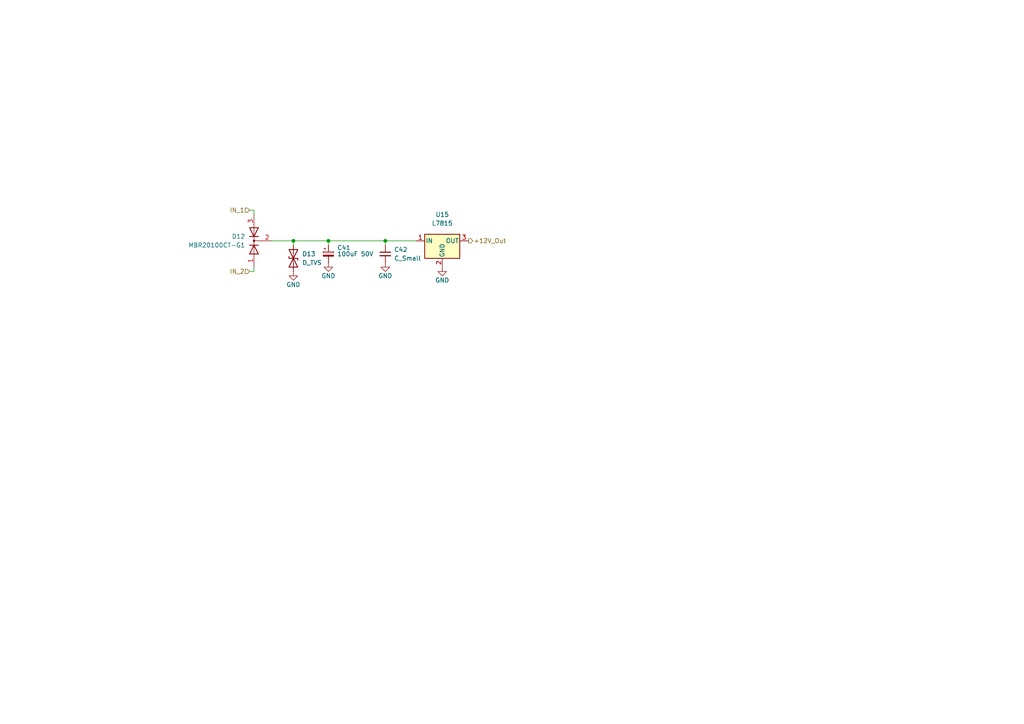
<source format=kicad_sch>
(kicad_sch (version 20211123) (generator eeschema)
  (paper "A4")
  (lib_symbols
    (symbol "Device:C_Polarized_Small" (pin_numbers hide) (pin_names (offset 0.254) hide)
      (property "Reference" "C" (at 0.254 1.778 0))
      (property "Value" "C_Polarized_Small" (at 0.254 -2.032 0))
      (symbol "C_Polarized_Small_0_1"
        (rectangle (start -1.524 -0.3048) (end 1.524 -0.6858) (fill (type outline)))
        (rectangle (start -1.524 0.6858) (end 1.524 0.3048))
        (polyline (pts (xy -1.27 1.524) (xy -0.762 1.524)))
        (polyline (pts (xy -1.016 1.27) (xy -1.016 1.778)))
      )
      (symbol "C_Polarized_Small_1_1"
        (pin passive line (at 0 2.54 270) (length 1.8542) (name "~") (number "1"))
        (pin passive line (at 0 -2.54 90) (length 1.8542) (name "~") (number "2"))
      )
    )
    (symbol "Device:C_Small" (pin_numbers hide) (pin_names (offset 0.254) hide)
      (property "Reference" "C" (at 0.254 1.778 0))
      (property "Value" "C_Small" (at 0.254 -2.032 0))
      (symbol "C_Small_0_1"
        (polyline (pts (xy -1.524 -0.508) (xy 1.524 -0.508)) (stroke (width 0.3302)))
        (polyline (pts (xy -1.524 0.508) (xy 1.524 0.508)) (stroke (width 0.3048)))
      )
      (symbol "C_Small_1_1"
        (pin passive line (at 0 2.54 270) (length 2.032) (name "~") (number "1"))
        (pin passive line (at 0 -2.54 90) (length 2.032) (name "~") (number "2"))
      )
    )
    (symbol "Device:D_Dual_CommonCathode_AKA" (pin_names (offset 0.762) hide)
      (property "Reference" "D" (at 1.27 -2.54 0))
      (property "Value" "D_Dual_CommonCathode_AKA" (at 0 2.54 0))
      (symbol "D_Dual_CommonCathode_AKA_0_1"
        (polyline (pts (xy 0 0) (xy 0 -2.54)))
        (polyline (pts (xy 3.81 0) (xy -3.81 0)))
        (polyline (pts (xy -1.27 -1.27) (xy -1.27 1.27) (xy -1.27 1.27)) (stroke (width 0.254)))
        (polyline (pts (xy 1.27 -1.27) (xy 1.27 1.27) (xy 1.27 1.27)) (stroke (width 0.254)))
        (polyline (pts (xy -3.81 1.27) (xy -1.27 0) (xy -3.81 -1.27) (xy -3.81 1.27) (xy -3.81 1.27) (xy -3.81 1.27)) (stroke (width 0.254)))
        (polyline (pts (xy 3.81 -1.27) (xy 1.27 0) (xy 3.81 1.27) (xy 3.81 -1.27) (xy 3.81 -1.27) (xy 3.81 -1.27)) (stroke (width 0.254)))
        (circle (center 0 0) (radius 0.254) (fill (type outline)))
        (pin passive line (at -7.62 0 0) (length 3.81) (name "A") (number "1"))
        (pin passive line (at 0 -5.08 90) (length 2.54) (name "K") (number "2"))
        (pin passive line (at 7.62 0 180) (length 3.81) (name "A") (number "3"))
      )
    )
    (symbol "Device:D_TVS" (pin_numbers hide) (pin_names (offset 1.016) hide)
      (property "Reference" "D" (at 0 2.54 0))
      (property "Value" "D_TVS" (at 0 -2.54 0))
      (symbol "D_TVS_0_1"
        (polyline (pts (xy 1.27 0) (xy -1.27 0)))
        (polyline (pts (xy 0.508 1.27) (xy 0 1.27) (xy 0 -1.27) (xy -0.508 -1.27)) (stroke (width 0.254)))
        (polyline (pts (xy -2.54 1.27) (xy -2.54 -1.27) (xy 2.54 1.27) (xy 2.54 -1.27) (xy -2.54 1.27)) (stroke (width 0.254)))
      )
      (symbol "D_TVS_1_1"
        (pin passive line (at -3.81 0 0) (length 2.54) (name "A1") (number "1"))
        (pin passive line (at 3.81 0 180) (length 2.54) (name "A2") (number "2"))
      )
    )
    (symbol "Regulator_Linear:L7815" (pin_names (offset 0.254))
      (property "Reference" "U" (at -3.81 3.175 0))
      (property "Value" "L7815" (at 0 3.175 0))
      (symbol "L7815_0_1"
        (rectangle (start -5.08 1.905) (end 5.08 -5.08) (stroke (width 0.254)) (fill (type background)))
      )
      (symbol "L7815_1_1"
        (pin power_in line (at -7.62 0 0) (length 2.54) (name "IN") (number "1"))
        (pin power_in line (at 0 -7.62 90) (length 2.54) (name "GND") (number "2"))
        (pin power_out line (at 7.62 0 180) (length 2.54) (name "OUT") (number "3"))
      )
    )
    (symbol "power:GND" (power) (pin_names (offset 0))
      (property "Value" "GND" (at 0 -3.81 0))
      (symbol "GND_0_1"
        (polyline (pts (xy 0 0) (xy 0 -1.27) (xy 1.27 -1.27) (xy 0 -2.54) (xy -1.27 -1.27) (xy 0 -1.27)))
      )
      (symbol "GND_1_1"
        (pin power_in line (at 0 0 270) (length 0) hide (name "GND") (number "1"))
      )
    )
  )
  (junction (at 85.09 69.85))
  (junction (at 111.76 69.85))
  (junction (at 95.25 69.85))
  (wire (pts (xy 72.39 78.74) (xy 73.66 78.74)))
  (wire (pts (xy 95.25 69.85) (xy 95.25 71.12)))
  (wire (pts (xy 72.39 60.96) (xy 73.66 60.96)))
  (wire (pts (xy 85.09 69.85) (xy 95.25 69.85)))
  (wire (pts (xy 73.66 60.96) (xy 73.66 62.23)))
  (wire (pts (xy 111.76 69.85) (xy 111.76 71.12)))
  (wire (pts (xy 73.66 78.74) (xy 73.66 77.47)))
  (wire (pts (xy 95.25 69.85) (xy 111.76 69.85)))
  (wire (pts (xy 111.76 69.85) (xy 120.65 69.85)))
  (wire (pts (xy 85.09 69.85) (xy 85.09 71.12)))
  (wire (pts (xy 78.74 69.85) (xy 85.09 69.85)))
  (hierarchical_label "IN_2" (shape input) (at 72.39 78.74 180))
  (hierarchical_label "+12V_Out" (shape output) (at 135.89 69.85 0))
  (hierarchical_label "IN_1" (shape input) (at 72.39 60.96 180))
  (symbol (lib_id "Device:C_Polarized_Small") (at 95.25 73.66 0) (unit 1)
    (property "Reference" "C41" (at 97.79 71.8438 0) (effects (justify left)))
    (property "Value" "100uF 50V" (at 97.79 73.66 0) (effects (justify left)))
    (property "Footprint" "Capacitor_THT:CP_Radial_D8.0mm_P3.50mm" (effects hide))
    (property "P/N" "860010674014" (effects hide))
  )
  (symbol (lib_id "power:GND") (at 111.76 76.2 0) (unit 1)
    (property "Reference" "#PWR044" (effects hide))
    (property "Value" "GND" (at 111.76 80.01 0))
  )
  (symbol (lib_id "Device:D_TVS") (at 85.09 74.93 90) (unit 1)
    (property "Reference" "D13" (at 87.63 73.6599 90) (effects (justify right)))
    (property "Value" "D_TVS" (at 87.63 76.1999 90) (effects (justify right)))
    (property "Footprint" "Diode_SMD:D_SMC" (effects hide))
  )
  (symbol (lib_id "power:GND") (at 128.27 77.47 0) (unit 1)
    (property "Reference" "#PWR045" (effects hide))
    (property "Value" "GND" (at 128.27 81.28 0))
  )
  (symbol (lib_id "Device:D_Dual_CommonCathode_AKA") (at 73.66 69.85 90) (unit 1)
    (property "Reference" "D12" (at 71.12 68.5799 90) (effects (justify left)))
    (property "Value" "MBR20100CT-G1" (at 71.12 71.1199 90) (effects (justify left)))
    (property "Footprint" "Package_TO_SOT_THT:TO-220-3_Vertical" (effects hide))
    (property "P/N" "MBR20100CT-G1" (effects hide))
  )
  (symbol (lib_id "power:GND") (at 85.09 78.74 0) (unit 1)
    (property "Reference" "#PWR042" (effects hide))
    (property "Value" "GND" (at 85.09 82.55 0))
  )
  (symbol (lib_id "Regulator_Linear:L7815") (at 128.27 69.85 0) (unit 1)
    (property "Reference" "U15" (at 128.27 62.23 0))
    (property "Value" "L7815" (at 128.27 64.77 0))
    (property "Footprint" "Package_TO_SOT_THT:TO-220-3_Vertical" (effects hide))
    (property "Datasheet" "http://www.st.com/content/ccc/resource/technical/document/datasheet/41/4f/b3/b0/12/d4/47/88/CD00000444.pdf/files/CD00000444.pdf/jcr:content/translations/en.CD00000444.pdf" (effects hide))
  )
  (symbol (lib_id "power:GND") (at 95.25 76.2 0) (unit 1)
    (property "Reference" "#PWR043" (effects hide))
    (property "Value" "GND" (at 95.25 80.01 0))
  )
  (symbol (lib_id "Device:C_Small") (at 111.76 73.66 0) (unit 1)
    (property "Reference" "C42" (at 114.3 72.3962 0) (effects (justify left)))
    (property "Value" "C_Small" (at 114.3 74.9362 0) (effects (justify left)))
  )
)
</source>
